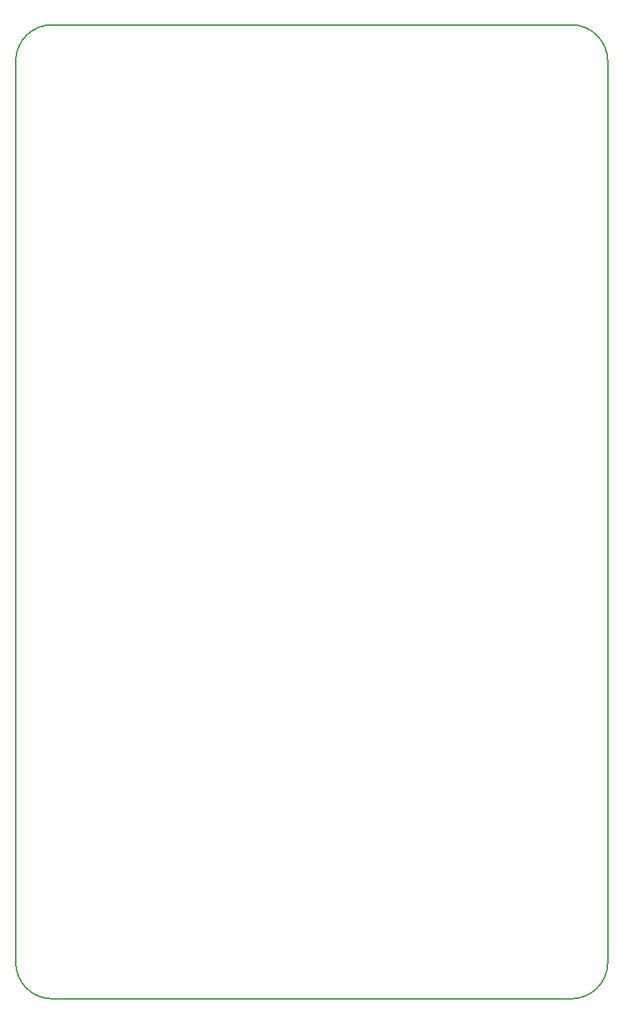
<source format=gko>
%FSLAX44Y44*%
%MOMM*%
G71*
G04*
G04 #@! TF.SameCoordinates,80543DCF-8C45-4766-8294-206619DBCA83*
G04*
G04*
G04 #@! TF.FilePolarity,Positive*
G04*
G01*
G75*
%ADD28C,0.2000*%
D28*
X-43000Y0D02*
G03*
X0Y43000I0J43000D01*
G01*
Y1107000D02*
G03*
X-43000Y1150000I-43000J0D01*
G01*
X-657000D02*
G03*
X-700000Y1107000I0J-43000D01*
G01*
Y43000D02*
G03*
X-657000Y0I43000J0D01*
G01*
X-700001Y1107000D02*
X-700000Y43000D01*
X-657000Y-0D02*
X-43000Y0D01*
X-0Y43000D02*
X0Y1107000D01*
X-657000Y1150000D02*
X-43000D01*
M02*

</source>
